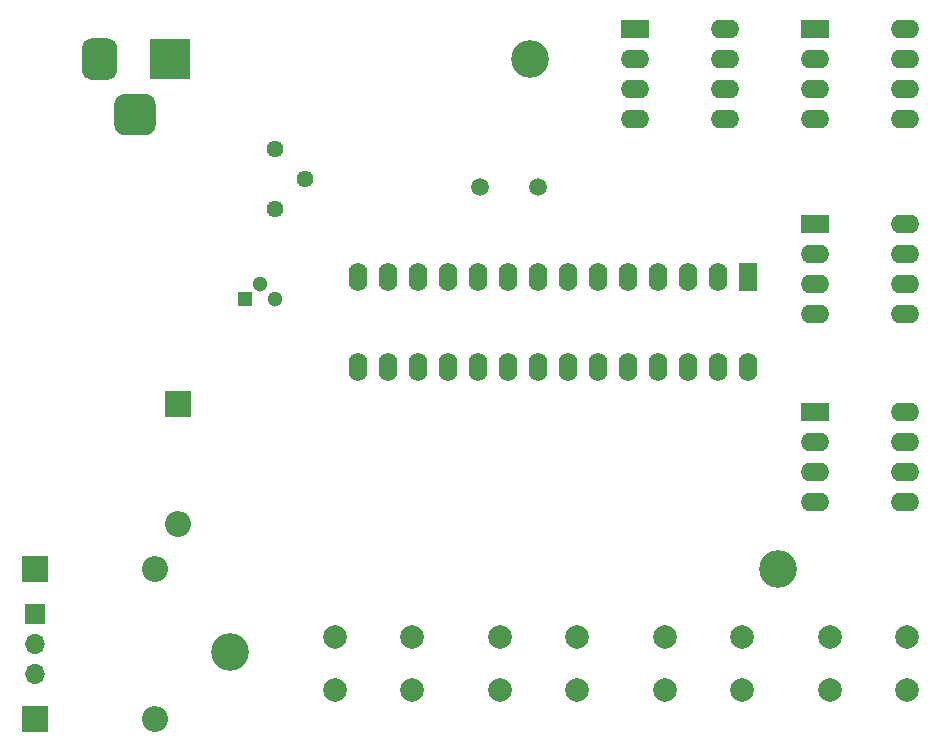
<source format=gbr>
%TF.GenerationSoftware,KiCad,Pcbnew,(5.1.10)-1*%
%TF.CreationDate,2021-08-11T22:08:48+03:00*%
%TF.ProjectId,ambient,616d6269-656e-4742-9e6b-696361645f70,rev?*%
%TF.SameCoordinates,Original*%
%TF.FileFunction,Soldermask,Bot*%
%TF.FilePolarity,Negative*%
%FSLAX46Y46*%
G04 Gerber Fmt 4.6, Leading zero omitted, Abs format (unit mm)*
G04 Created by KiCad (PCBNEW (5.1.10)-1) date 2021-08-11 22:08:48*
%MOMM*%
%LPD*%
G01*
G04 APERTURE LIST*
%ADD10C,3.200000*%
%ADD11R,3.500000X3.500000*%
%ADD12R,1.600000X2.400000*%
%ADD13O,1.600000X2.400000*%
%ADD14C,1.440000*%
%ADD15O,2.400000X1.600000*%
%ADD16R,2.400000X1.600000*%
%ADD17C,2.000000*%
%ADD18R,2.200000X2.200000*%
%ADD19O,2.200000X2.200000*%
%ADD20R,1.700000X1.700000*%
%ADD21O,1.700000X1.700000*%
%ADD22C,1.300000*%
%ADD23R,1.300000X1.300000*%
%ADD24C,1.500000*%
G04 APERTURE END LIST*
D10*
%TO.C, *%
X79375000Y-63500000D03*
%TD*%
%TO.C, *%
X58420000Y-20320000D03*
%TD*%
%TO.C, *%
X33020000Y-70485000D03*
%TD*%
D11*
%TO.C,J1*%
X27940000Y-20320000D03*
G36*
G01*
X20440000Y-21320000D02*
X20440000Y-19320000D01*
G75*
G02*
X21190000Y-18570000I750000J0D01*
G01*
X22690000Y-18570000D01*
G75*
G02*
X23440000Y-19320000I0J-750000D01*
G01*
X23440000Y-21320000D01*
G75*
G02*
X22690000Y-22070000I-750000J0D01*
G01*
X21190000Y-22070000D01*
G75*
G02*
X20440000Y-21320000I0J750000D01*
G01*
G37*
G36*
G01*
X23190000Y-25895000D02*
X23190000Y-24145000D01*
G75*
G02*
X24065000Y-23270000I875000J0D01*
G01*
X25815000Y-23270000D01*
G75*
G02*
X26690000Y-24145000I0J-875000D01*
G01*
X26690000Y-25895000D01*
G75*
G02*
X25815000Y-26770000I-875000J0D01*
G01*
X24065000Y-26770000D01*
G75*
G02*
X23190000Y-25895000I0J875000D01*
G01*
G37*
%TD*%
D12*
%TO.C,U1*%
X76835000Y-38735000D03*
D13*
X43815000Y-46355000D03*
X74295000Y-38735000D03*
X46355000Y-46355000D03*
X71755000Y-38735000D03*
X48895000Y-46355000D03*
X69215000Y-38735000D03*
X51435000Y-46355000D03*
X66675000Y-38735000D03*
X53975000Y-46355000D03*
X64135000Y-38735000D03*
X56515000Y-46355000D03*
X61595000Y-38735000D03*
X59055000Y-46355000D03*
X59055000Y-38735000D03*
X61595000Y-46355000D03*
X56515000Y-38735000D03*
X64135000Y-46355000D03*
X53975000Y-38735000D03*
X66675000Y-46355000D03*
X51435000Y-38735000D03*
X69215000Y-46355000D03*
X48895000Y-38735000D03*
X71755000Y-46355000D03*
X46355000Y-38735000D03*
X74295000Y-46355000D03*
X43815000Y-38735000D03*
X76835000Y-46355000D03*
%TD*%
D14*
%TO.C,RV1*%
X36830000Y-27940000D03*
X39370000Y-30480000D03*
X36830000Y-33020000D03*
%TD*%
D15*
%TO.C,U2*%
X74930000Y-17780000D03*
X67310000Y-25400000D03*
X74930000Y-20320000D03*
X67310000Y-22860000D03*
X74930000Y-22860000D03*
X67310000Y-20320000D03*
X74930000Y-25400000D03*
D16*
X67310000Y-17780000D03*
%TD*%
%TO.C,U3*%
X82550000Y-17780000D03*
D15*
X90170000Y-25400000D03*
X82550000Y-20320000D03*
X90170000Y-22860000D03*
X82550000Y-22860000D03*
X90170000Y-20320000D03*
X82550000Y-25400000D03*
X90170000Y-17780000D03*
%TD*%
%TO.C,U4*%
X90170000Y-34290000D03*
X82550000Y-41910000D03*
X90170000Y-36830000D03*
X82550000Y-39370000D03*
X90170000Y-39370000D03*
X82550000Y-36830000D03*
X90170000Y-41910000D03*
D16*
X82550000Y-34290000D03*
%TD*%
%TO.C,U5*%
X82550000Y-50165000D03*
D15*
X90170000Y-57785000D03*
X82550000Y-52705000D03*
X90170000Y-55245000D03*
X82550000Y-55245000D03*
X90170000Y-52705000D03*
X82550000Y-57785000D03*
X90170000Y-50165000D03*
%TD*%
D17*
%TO.C,SW1*%
X41910000Y-73715000D03*
X41910000Y-69215000D03*
X48410000Y-73715000D03*
X48410000Y-69215000D03*
%TD*%
%TO.C,SW2*%
X90320000Y-69215000D03*
X90320000Y-73715000D03*
X83820000Y-69215000D03*
X83820000Y-73715000D03*
%TD*%
%TO.C,SW3*%
X55880000Y-73715000D03*
X55880000Y-69215000D03*
X62380000Y-73715000D03*
X62380000Y-69215000D03*
%TD*%
%TO.C,SW4*%
X76350000Y-69215000D03*
X76350000Y-73715000D03*
X69850000Y-69215000D03*
X69850000Y-73715000D03*
%TD*%
D18*
%TO.C,D3*%
X28575000Y-49530000D03*
D19*
X28575000Y-59690000D03*
%TD*%
%TO.C,D4*%
X26670000Y-76200000D03*
D18*
X16510000Y-76200000D03*
%TD*%
%TO.C,D5*%
X16510000Y-63500000D03*
D19*
X26670000Y-63500000D03*
%TD*%
D20*
%TO.C,J3*%
X16510000Y-67310000D03*
D21*
X16510000Y-69850000D03*
X16510000Y-72390000D03*
%TD*%
D22*
%TO.C,Q1*%
X35560000Y-39370000D03*
X36830000Y-40640000D03*
D23*
X34290000Y-40640000D03*
%TD*%
D24*
%TO.C,Y1*%
X59055000Y-31115000D03*
X54175000Y-31115000D03*
%TD*%
M02*

</source>
